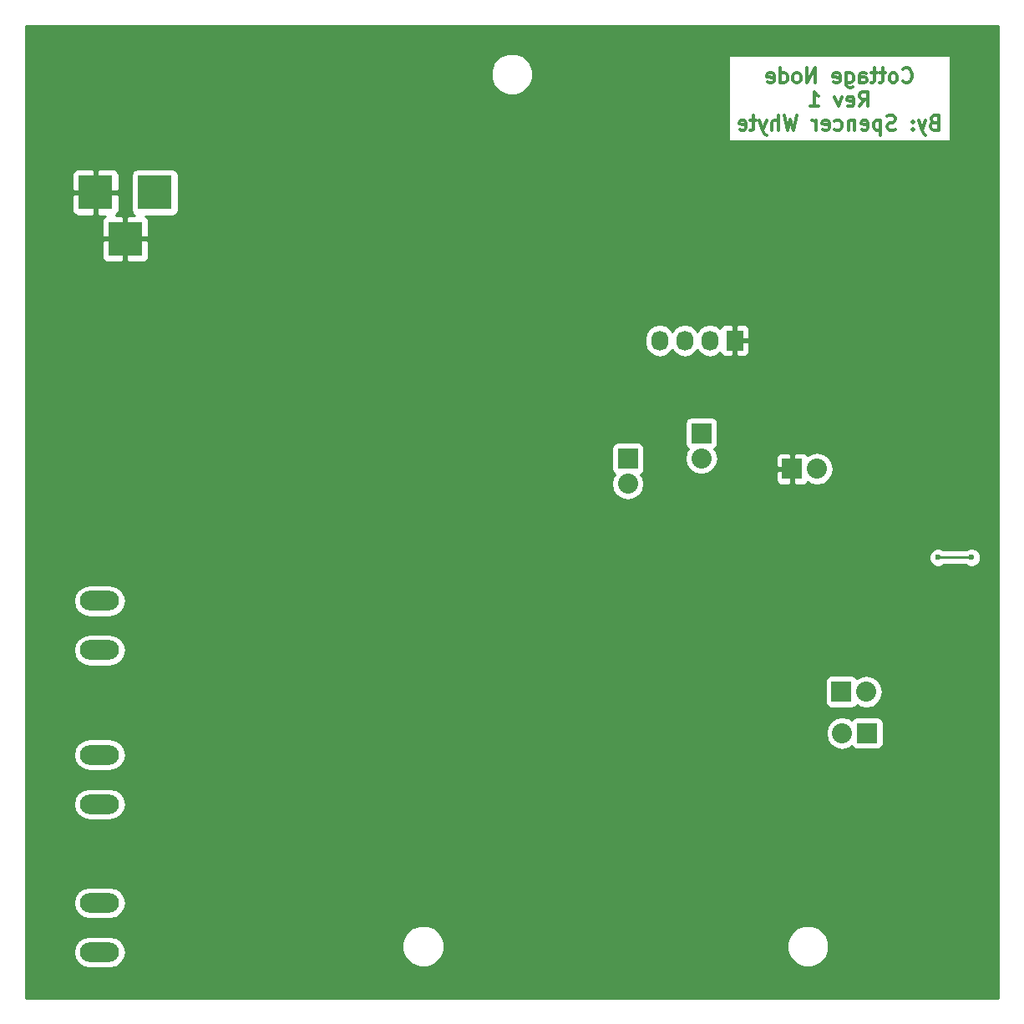
<source format=gbl>
G04 #@! TF.FileFunction,Copper,L2,Bot,Signal*
%FSLAX46Y46*%
G04 Gerber Fmt 4.6, Leading zero omitted, Abs format (unit mm)*
G04 Created by KiCad (PCBNEW (2015-05-05 BZR 5645)-product) date Wednesday, June 24, 2015 'pmt' 10:47:51 pm*
%MOMM*%
G01*
G04 APERTURE LIST*
%ADD10C,0.100000*%
%ADD11C,0.300000*%
%ADD12R,3.500120X3.500120*%
%ADD13O,3.962400X1.981200*%
%ADD14R,1.727200X2.032000*%
%ADD15O,1.727200X2.032000*%
%ADD16R,2.032000X2.032000*%
%ADD17O,2.032000X2.032000*%
%ADD18C,0.600000*%
%ADD19C,0.250000*%
%ADD20C,2.000000*%
%ADD21C,0.254000*%
G04 APERTURE END LIST*
D10*
D11*
X164028571Y-38735714D02*
X164100000Y-38807143D01*
X164314286Y-38878571D01*
X164457143Y-38878571D01*
X164671428Y-38807143D01*
X164814286Y-38664286D01*
X164885714Y-38521429D01*
X164957143Y-38235714D01*
X164957143Y-38021429D01*
X164885714Y-37735714D01*
X164814286Y-37592857D01*
X164671428Y-37450000D01*
X164457143Y-37378571D01*
X164314286Y-37378571D01*
X164100000Y-37450000D01*
X164028571Y-37521429D01*
X163171428Y-38878571D02*
X163314286Y-38807143D01*
X163385714Y-38735714D01*
X163457143Y-38592857D01*
X163457143Y-38164286D01*
X163385714Y-38021429D01*
X163314286Y-37950000D01*
X163171428Y-37878571D01*
X162957143Y-37878571D01*
X162814286Y-37950000D01*
X162742857Y-38021429D01*
X162671428Y-38164286D01*
X162671428Y-38592857D01*
X162742857Y-38735714D01*
X162814286Y-38807143D01*
X162957143Y-38878571D01*
X163171428Y-38878571D01*
X162242857Y-37878571D02*
X161671428Y-37878571D01*
X162028571Y-37378571D02*
X162028571Y-38664286D01*
X161957143Y-38807143D01*
X161814285Y-38878571D01*
X161671428Y-38878571D01*
X161385714Y-37878571D02*
X160814285Y-37878571D01*
X161171428Y-37378571D02*
X161171428Y-38664286D01*
X161100000Y-38807143D01*
X160957142Y-38878571D01*
X160814285Y-38878571D01*
X159671428Y-38878571D02*
X159671428Y-38092857D01*
X159742857Y-37950000D01*
X159885714Y-37878571D01*
X160171428Y-37878571D01*
X160314285Y-37950000D01*
X159671428Y-38807143D02*
X159814285Y-38878571D01*
X160171428Y-38878571D01*
X160314285Y-38807143D01*
X160385714Y-38664286D01*
X160385714Y-38521429D01*
X160314285Y-38378571D01*
X160171428Y-38307143D01*
X159814285Y-38307143D01*
X159671428Y-38235714D01*
X158314285Y-37878571D02*
X158314285Y-39092857D01*
X158385714Y-39235714D01*
X158457142Y-39307143D01*
X158599999Y-39378571D01*
X158814285Y-39378571D01*
X158957142Y-39307143D01*
X158314285Y-38807143D02*
X158457142Y-38878571D01*
X158742856Y-38878571D01*
X158885714Y-38807143D01*
X158957142Y-38735714D01*
X159028571Y-38592857D01*
X159028571Y-38164286D01*
X158957142Y-38021429D01*
X158885714Y-37950000D01*
X158742856Y-37878571D01*
X158457142Y-37878571D01*
X158314285Y-37950000D01*
X157028571Y-38807143D02*
X157171428Y-38878571D01*
X157457142Y-38878571D01*
X157599999Y-38807143D01*
X157671428Y-38664286D01*
X157671428Y-38092857D01*
X157599999Y-37950000D01*
X157457142Y-37878571D01*
X157171428Y-37878571D01*
X157028571Y-37950000D01*
X156957142Y-38092857D01*
X156957142Y-38235714D01*
X157671428Y-38378571D01*
X155171428Y-38878571D02*
X155171428Y-37378571D01*
X154314285Y-38878571D01*
X154314285Y-37378571D01*
X153385713Y-38878571D02*
X153528571Y-38807143D01*
X153599999Y-38735714D01*
X153671428Y-38592857D01*
X153671428Y-38164286D01*
X153599999Y-38021429D01*
X153528571Y-37950000D01*
X153385713Y-37878571D01*
X153171428Y-37878571D01*
X153028571Y-37950000D01*
X152957142Y-38021429D01*
X152885713Y-38164286D01*
X152885713Y-38592857D01*
X152957142Y-38735714D01*
X153028571Y-38807143D01*
X153171428Y-38878571D01*
X153385713Y-38878571D01*
X151599999Y-38878571D02*
X151599999Y-37378571D01*
X151599999Y-38807143D02*
X151742856Y-38878571D01*
X152028570Y-38878571D01*
X152171428Y-38807143D01*
X152242856Y-38735714D01*
X152314285Y-38592857D01*
X152314285Y-38164286D01*
X152242856Y-38021429D01*
X152171428Y-37950000D01*
X152028570Y-37878571D01*
X151742856Y-37878571D01*
X151599999Y-37950000D01*
X150314285Y-38807143D02*
X150457142Y-38878571D01*
X150742856Y-38878571D01*
X150885713Y-38807143D01*
X150957142Y-38664286D01*
X150957142Y-38092857D01*
X150885713Y-37950000D01*
X150742856Y-37878571D01*
X150457142Y-37878571D01*
X150314285Y-37950000D01*
X150242856Y-38092857D01*
X150242856Y-38235714D01*
X150957142Y-38378571D01*
X159635713Y-41278571D02*
X160135713Y-40564286D01*
X160492856Y-41278571D02*
X160492856Y-39778571D01*
X159921428Y-39778571D01*
X159778570Y-39850000D01*
X159707142Y-39921429D01*
X159635713Y-40064286D01*
X159635713Y-40278571D01*
X159707142Y-40421429D01*
X159778570Y-40492857D01*
X159921428Y-40564286D01*
X160492856Y-40564286D01*
X158421428Y-41207143D02*
X158564285Y-41278571D01*
X158849999Y-41278571D01*
X158992856Y-41207143D01*
X159064285Y-41064286D01*
X159064285Y-40492857D01*
X158992856Y-40350000D01*
X158849999Y-40278571D01*
X158564285Y-40278571D01*
X158421428Y-40350000D01*
X158349999Y-40492857D01*
X158349999Y-40635714D01*
X159064285Y-40778571D01*
X157849999Y-40278571D02*
X157492856Y-41278571D01*
X157135714Y-40278571D01*
X154635714Y-41278571D02*
X155492857Y-41278571D01*
X155064285Y-41278571D02*
X155064285Y-39778571D01*
X155207142Y-39992857D01*
X155350000Y-40135714D01*
X155492857Y-40207143D01*
X167207142Y-42892857D02*
X166992856Y-42964286D01*
X166921428Y-43035714D01*
X166849999Y-43178571D01*
X166849999Y-43392857D01*
X166921428Y-43535714D01*
X166992856Y-43607143D01*
X167135714Y-43678571D01*
X167707142Y-43678571D01*
X167707142Y-42178571D01*
X167207142Y-42178571D01*
X167064285Y-42250000D01*
X166992856Y-42321429D01*
X166921428Y-42464286D01*
X166921428Y-42607143D01*
X166992856Y-42750000D01*
X167064285Y-42821429D01*
X167207142Y-42892857D01*
X167707142Y-42892857D01*
X166349999Y-42678571D02*
X165992856Y-43678571D01*
X165635714Y-42678571D02*
X165992856Y-43678571D01*
X166135714Y-44035714D01*
X166207142Y-44107143D01*
X166349999Y-44178571D01*
X165064285Y-43535714D02*
X164992857Y-43607143D01*
X165064285Y-43678571D01*
X165135714Y-43607143D01*
X165064285Y-43535714D01*
X165064285Y-43678571D01*
X165064285Y-42750000D02*
X164992857Y-42821429D01*
X165064285Y-42892857D01*
X165135714Y-42821429D01*
X165064285Y-42750000D01*
X165064285Y-42892857D01*
X163278571Y-43607143D02*
X163064285Y-43678571D01*
X162707142Y-43678571D01*
X162564285Y-43607143D01*
X162492856Y-43535714D01*
X162421428Y-43392857D01*
X162421428Y-43250000D01*
X162492856Y-43107143D01*
X162564285Y-43035714D01*
X162707142Y-42964286D01*
X162992856Y-42892857D01*
X163135714Y-42821429D01*
X163207142Y-42750000D01*
X163278571Y-42607143D01*
X163278571Y-42464286D01*
X163207142Y-42321429D01*
X163135714Y-42250000D01*
X162992856Y-42178571D01*
X162635714Y-42178571D01*
X162421428Y-42250000D01*
X161778571Y-42678571D02*
X161778571Y-44178571D01*
X161778571Y-42750000D02*
X161635714Y-42678571D01*
X161350000Y-42678571D01*
X161207143Y-42750000D01*
X161135714Y-42821429D01*
X161064285Y-42964286D01*
X161064285Y-43392857D01*
X161135714Y-43535714D01*
X161207143Y-43607143D01*
X161350000Y-43678571D01*
X161635714Y-43678571D01*
X161778571Y-43607143D01*
X159850000Y-43607143D02*
X159992857Y-43678571D01*
X160278571Y-43678571D01*
X160421428Y-43607143D01*
X160492857Y-43464286D01*
X160492857Y-42892857D01*
X160421428Y-42750000D01*
X160278571Y-42678571D01*
X159992857Y-42678571D01*
X159850000Y-42750000D01*
X159778571Y-42892857D01*
X159778571Y-43035714D01*
X160492857Y-43178571D01*
X159135714Y-42678571D02*
X159135714Y-43678571D01*
X159135714Y-42821429D02*
X159064286Y-42750000D01*
X158921428Y-42678571D01*
X158707143Y-42678571D01*
X158564286Y-42750000D01*
X158492857Y-42892857D01*
X158492857Y-43678571D01*
X157135714Y-43607143D02*
X157278571Y-43678571D01*
X157564285Y-43678571D01*
X157707143Y-43607143D01*
X157778571Y-43535714D01*
X157850000Y-43392857D01*
X157850000Y-42964286D01*
X157778571Y-42821429D01*
X157707143Y-42750000D01*
X157564285Y-42678571D01*
X157278571Y-42678571D01*
X157135714Y-42750000D01*
X155921429Y-43607143D02*
X156064286Y-43678571D01*
X156350000Y-43678571D01*
X156492857Y-43607143D01*
X156564286Y-43464286D01*
X156564286Y-42892857D01*
X156492857Y-42750000D01*
X156350000Y-42678571D01*
X156064286Y-42678571D01*
X155921429Y-42750000D01*
X155850000Y-42892857D01*
X155850000Y-43035714D01*
X156564286Y-43178571D01*
X155207143Y-43678571D02*
X155207143Y-42678571D01*
X155207143Y-42964286D02*
X155135715Y-42821429D01*
X155064286Y-42750000D01*
X154921429Y-42678571D01*
X154778572Y-42678571D01*
X153278572Y-42178571D02*
X152921429Y-43678571D01*
X152635715Y-42607143D01*
X152350001Y-43678571D01*
X151992858Y-42178571D01*
X151421429Y-43678571D02*
X151421429Y-42178571D01*
X150778572Y-43678571D02*
X150778572Y-42892857D01*
X150850001Y-42750000D01*
X150992858Y-42678571D01*
X151207143Y-42678571D01*
X151350001Y-42750000D01*
X151421429Y-42821429D01*
X150207143Y-42678571D02*
X149850000Y-43678571D01*
X149492858Y-42678571D02*
X149850000Y-43678571D01*
X149992858Y-44035714D01*
X150064286Y-44107143D01*
X150207143Y-44178571D01*
X149135715Y-42678571D02*
X148564286Y-42678571D01*
X148921429Y-42178571D02*
X148921429Y-43464286D01*
X148850001Y-43607143D01*
X148707143Y-43678571D01*
X148564286Y-43678571D01*
X147492858Y-43607143D02*
X147635715Y-43678571D01*
X147921429Y-43678571D01*
X148064286Y-43607143D01*
X148135715Y-43464286D01*
X148135715Y-42892857D01*
X148064286Y-42750000D01*
X147921429Y-42678571D01*
X147635715Y-42678571D01*
X147492858Y-42750000D01*
X147421429Y-42892857D01*
X147421429Y-43035714D01*
X148135715Y-43178571D01*
D12*
X88200140Y-50000000D03*
X82200660Y-50000000D03*
X85200400Y-54699000D03*
D13*
X82600000Y-127000000D03*
X82600000Y-122000000D03*
D14*
X147000000Y-65000000D03*
D15*
X144460000Y-65000000D03*
X141920000Y-65000000D03*
X139380000Y-65000000D03*
D16*
X160400000Y-104800000D03*
D17*
X157860000Y-104800000D03*
D16*
X157800000Y-100600000D03*
D17*
X160340000Y-100600000D03*
D16*
X143600000Y-74400000D03*
D17*
X143600000Y-76940000D03*
D16*
X136148333Y-76975000D03*
D17*
X136148333Y-79515000D03*
D13*
X82600000Y-112000000D03*
X82600000Y-107000000D03*
X82600000Y-96400000D03*
X82600000Y-91400000D03*
D16*
X152800000Y-78000000D03*
D17*
X155340000Y-78000000D03*
D18*
X171000000Y-87000000D03*
X167600000Y-87000000D03*
X104000000Y-118400000D03*
X107800000Y-107200000D03*
X107400000Y-91600000D03*
X151000000Y-113800000D03*
X159200000Y-112600000D03*
X159200000Y-108800000D03*
X147200000Y-117600000D03*
X147000000Y-120800000D03*
X122800000Y-121400000D03*
X120800000Y-115000000D03*
X118600000Y-108400000D03*
X103200000Y-61800000D03*
X105600000Y-52400000D03*
X118200000Y-53200000D03*
X104800000Y-44400000D03*
X85200000Y-60600000D03*
X109000000Y-53400000D03*
X149600000Y-65000000D03*
X152600000Y-69800000D03*
X152800000Y-81000000D03*
X167000000Y-73600000D03*
X113800000Y-106200000D03*
X113800000Y-115200000D03*
X142800000Y-46600000D03*
X123400000Y-87800000D03*
X132400000Y-85600000D03*
X136400000Y-85400000D03*
X147600000Y-87600000D03*
X145400000Y-85400000D03*
X141400000Y-85400000D03*
X154000000Y-93200000D03*
X154000000Y-95200000D03*
X153800000Y-106600000D03*
X146400000Y-83000000D03*
D19*
X171000000Y-87000000D02*
X167600000Y-87000000D01*
D20*
X104000000Y-118400000D02*
X104000000Y-118200000D01*
D21*
G36*
X173690000Y-131690000D02*
X171935162Y-131690000D01*
X171935162Y-86814833D01*
X171793117Y-86471057D01*
X171530327Y-86207808D01*
X171186799Y-86065162D01*
X170814833Y-86064838D01*
X170471057Y-86206883D01*
X170437882Y-86240000D01*
X168849285Y-86240000D01*
X168849285Y-44835000D01*
X168849285Y-36065000D01*
X146350715Y-36065000D01*
X146350715Y-44835000D01*
X168849285Y-44835000D01*
X168849285Y-86240000D01*
X168162462Y-86240000D01*
X168130327Y-86207808D01*
X167786799Y-86065162D01*
X167414833Y-86064838D01*
X167071057Y-86206883D01*
X166807808Y-86469673D01*
X166665162Y-86813201D01*
X166664838Y-87185167D01*
X166806883Y-87528943D01*
X167069673Y-87792192D01*
X167413201Y-87934838D01*
X167785167Y-87935162D01*
X168128943Y-87793117D01*
X168162117Y-87760000D01*
X170437537Y-87760000D01*
X170469673Y-87792192D01*
X170813201Y-87934838D01*
X171185167Y-87935162D01*
X171528943Y-87793117D01*
X171792192Y-87530327D01*
X171934838Y-87186799D01*
X171935162Y-86814833D01*
X171935162Y-131690000D01*
X162063440Y-131690000D01*
X162063440Y-105816000D01*
X162063440Y-103784000D01*
X162016463Y-103541877D01*
X161991000Y-103503114D01*
X161991000Y-100632345D01*
X161991000Y-100567655D01*
X161865325Y-99935845D01*
X161507433Y-99400222D01*
X160971810Y-99042330D01*
X160340000Y-98916655D01*
X159708190Y-99042330D01*
X159368701Y-99269169D01*
X159276673Y-99129073D01*
X159065640Y-98986623D01*
X158816000Y-98936560D01*
X156991000Y-98936560D01*
X156991000Y-78032345D01*
X156991000Y-77967655D01*
X156865325Y-77335845D01*
X156507433Y-76800222D01*
X155971810Y-76442330D01*
X155340000Y-76316655D01*
X154708190Y-76442330D01*
X154371998Y-76666965D01*
X154354327Y-76624302D01*
X154175699Y-76445673D01*
X153942310Y-76349000D01*
X153689691Y-76349000D01*
X153085750Y-76349000D01*
X152927000Y-76507750D01*
X152927000Y-77873000D01*
X152947000Y-77873000D01*
X152947000Y-78127000D01*
X152927000Y-78127000D01*
X152927000Y-79492250D01*
X153085750Y-79651000D01*
X153689691Y-79651000D01*
X153942310Y-79651000D01*
X154175699Y-79554327D01*
X154354327Y-79375698D01*
X154371998Y-79333034D01*
X154708190Y-79557670D01*
X155340000Y-79683345D01*
X155971810Y-79557670D01*
X156507433Y-79199778D01*
X156865325Y-78664155D01*
X156991000Y-78032345D01*
X156991000Y-98936560D01*
X156784000Y-98936560D01*
X156541877Y-98983537D01*
X156329073Y-99123327D01*
X156186623Y-99334360D01*
X156136560Y-99584000D01*
X156136560Y-101616000D01*
X156183537Y-101858123D01*
X156323327Y-102070927D01*
X156534360Y-102213377D01*
X156784000Y-102263440D01*
X158816000Y-102263440D01*
X159058123Y-102216463D01*
X159270927Y-102076673D01*
X159369163Y-101931139D01*
X159708190Y-102157670D01*
X160340000Y-102283345D01*
X160971810Y-102157670D01*
X161507433Y-101799778D01*
X161865325Y-101264155D01*
X161991000Y-100632345D01*
X161991000Y-103503114D01*
X161876673Y-103329073D01*
X161665640Y-103186623D01*
X161416000Y-103136560D01*
X159384000Y-103136560D01*
X159141877Y-103183537D01*
X158929073Y-103323327D01*
X158830836Y-103468860D01*
X158491810Y-103242330D01*
X157860000Y-103116655D01*
X157228190Y-103242330D01*
X156692567Y-103600222D01*
X156334675Y-104135845D01*
X156209000Y-104767655D01*
X156209000Y-104832345D01*
X156334675Y-105464155D01*
X156692567Y-105999778D01*
X157228190Y-106357670D01*
X157860000Y-106483345D01*
X158491810Y-106357670D01*
X158831298Y-106130830D01*
X158923327Y-106270927D01*
X159134360Y-106413377D01*
X159384000Y-106463440D01*
X161416000Y-106463440D01*
X161658123Y-106416463D01*
X161870927Y-106276673D01*
X162013377Y-106065640D01*
X162063440Y-105816000D01*
X162063440Y-131690000D01*
X156535370Y-131690000D01*
X156535370Y-125977185D01*
X156211020Y-125192200D01*
X155610959Y-124591091D01*
X154826541Y-124265372D01*
X153977185Y-124264630D01*
X153192200Y-124588980D01*
X152673000Y-125107274D01*
X152673000Y-79492250D01*
X152673000Y-78127000D01*
X152673000Y-77873000D01*
X152673000Y-76507750D01*
X152514250Y-76349000D01*
X151910309Y-76349000D01*
X151657690Y-76349000D01*
X151424301Y-76445673D01*
X151245673Y-76624302D01*
X151149000Y-76857691D01*
X151149000Y-77714250D01*
X151307750Y-77873000D01*
X152673000Y-77873000D01*
X152673000Y-78127000D01*
X151307750Y-78127000D01*
X151149000Y-78285750D01*
X151149000Y-79142309D01*
X151245673Y-79375698D01*
X151424301Y-79554327D01*
X151657690Y-79651000D01*
X151910309Y-79651000D01*
X152514250Y-79651000D01*
X152673000Y-79492250D01*
X152673000Y-125107274D01*
X152591091Y-125189041D01*
X152265372Y-125973459D01*
X152264630Y-126822815D01*
X152588980Y-127607800D01*
X153189041Y-128208909D01*
X153973459Y-128534628D01*
X154822815Y-128535370D01*
X155607800Y-128211020D01*
X156208909Y-127610959D01*
X156534628Y-126826541D01*
X156535370Y-125977185D01*
X156535370Y-131690000D01*
X148498600Y-131690000D01*
X148498600Y-66142309D01*
X148498600Y-65285750D01*
X148498600Y-64714250D01*
X148498600Y-63857691D01*
X148401927Y-63624302D01*
X148223299Y-63445673D01*
X147989910Y-63349000D01*
X147737291Y-63349000D01*
X147285750Y-63349000D01*
X147127000Y-63507750D01*
X147127000Y-64873000D01*
X148339850Y-64873000D01*
X148498600Y-64714250D01*
X148498600Y-65285750D01*
X148339850Y-65127000D01*
X147127000Y-65127000D01*
X147127000Y-66492250D01*
X147285750Y-66651000D01*
X147737291Y-66651000D01*
X147989910Y-66651000D01*
X148223299Y-66554327D01*
X148401927Y-66375698D01*
X148498600Y-66142309D01*
X148498600Y-131690000D01*
X146873000Y-131690000D01*
X146873000Y-66492250D01*
X146873000Y-65127000D01*
X146853000Y-65127000D01*
X146853000Y-64873000D01*
X146873000Y-64873000D01*
X146873000Y-63507750D01*
X146714250Y-63349000D01*
X146262709Y-63349000D01*
X146010090Y-63349000D01*
X145776701Y-63445673D01*
X145598073Y-63624302D01*
X145534500Y-63777780D01*
X145519670Y-63755585D01*
X145033489Y-63430729D01*
X144460000Y-63316655D01*
X143886511Y-63430729D01*
X143400330Y-63755585D01*
X143190000Y-64070365D01*
X142979670Y-63755585D01*
X142493489Y-63430729D01*
X141920000Y-63316655D01*
X141346511Y-63430729D01*
X140860330Y-63755585D01*
X140650000Y-64070365D01*
X140439670Y-63755585D01*
X139953489Y-63430729D01*
X139380000Y-63316655D01*
X138806511Y-63430729D01*
X138320330Y-63755585D01*
X137995474Y-64241766D01*
X137881400Y-64815255D01*
X137881400Y-65184745D01*
X137995474Y-65758234D01*
X138320330Y-66244415D01*
X138806511Y-66569271D01*
X139380000Y-66683345D01*
X139953489Y-66569271D01*
X140439670Y-66244415D01*
X140650000Y-65929634D01*
X140860330Y-66244415D01*
X141346511Y-66569271D01*
X141920000Y-66683345D01*
X142493489Y-66569271D01*
X142979670Y-66244415D01*
X143190000Y-65929634D01*
X143400330Y-66244415D01*
X143886511Y-66569271D01*
X144460000Y-66683345D01*
X145033489Y-66569271D01*
X145519670Y-66244415D01*
X145534500Y-66222219D01*
X145598073Y-66375698D01*
X145776701Y-66554327D01*
X146010090Y-66651000D01*
X146262709Y-66651000D01*
X146714250Y-66651000D01*
X146873000Y-66492250D01*
X146873000Y-131690000D01*
X145283345Y-131690000D01*
X145283345Y-76940000D01*
X145157670Y-76308190D01*
X144930830Y-75968701D01*
X145070927Y-75876673D01*
X145213377Y-75665640D01*
X145263440Y-75416000D01*
X145263440Y-73384000D01*
X145216463Y-73141877D01*
X145076673Y-72929073D01*
X144865640Y-72786623D01*
X144616000Y-72736560D01*
X142584000Y-72736560D01*
X142341877Y-72783537D01*
X142129073Y-72923327D01*
X141986623Y-73134360D01*
X141936560Y-73384000D01*
X141936560Y-75416000D01*
X141983537Y-75658123D01*
X142123327Y-75870927D01*
X142268860Y-75969163D01*
X142042330Y-76308190D01*
X141916655Y-76940000D01*
X142042330Y-77571810D01*
X142400222Y-78107433D01*
X142935845Y-78465325D01*
X143567655Y-78591000D01*
X143632345Y-78591000D01*
X144264155Y-78465325D01*
X144799778Y-78107433D01*
X145157670Y-77571810D01*
X145283345Y-76940000D01*
X145283345Y-131690000D01*
X137831678Y-131690000D01*
X137831678Y-79515000D01*
X137706003Y-78883190D01*
X137479163Y-78543701D01*
X137619260Y-78451673D01*
X137761710Y-78240640D01*
X137811773Y-77991000D01*
X137811773Y-75959000D01*
X137764796Y-75716877D01*
X137625006Y-75504073D01*
X137413973Y-75361623D01*
X137164333Y-75311560D01*
X135132333Y-75311560D01*
X134890210Y-75358537D01*
X134677406Y-75498327D01*
X134534956Y-75709360D01*
X134484893Y-75959000D01*
X134484893Y-77991000D01*
X134531870Y-78233123D01*
X134671660Y-78445927D01*
X134817193Y-78544163D01*
X134590663Y-78883190D01*
X134464988Y-79515000D01*
X134590663Y-80146810D01*
X134948555Y-80682433D01*
X135484178Y-81040325D01*
X136115988Y-81166000D01*
X136180678Y-81166000D01*
X136812488Y-81040325D01*
X137348111Y-80682433D01*
X137706003Y-80146810D01*
X137831678Y-79515000D01*
X137831678Y-131690000D01*
X126535370Y-131690000D01*
X126535370Y-37577185D01*
X126211020Y-36792200D01*
X125610959Y-36191091D01*
X124826541Y-35865372D01*
X123977185Y-35864630D01*
X123192200Y-36188980D01*
X122591091Y-36789041D01*
X122265372Y-37573459D01*
X122264630Y-38422815D01*
X122588980Y-39207800D01*
X123189041Y-39808909D01*
X123973459Y-40134628D01*
X124822815Y-40135370D01*
X125607800Y-39811020D01*
X126208909Y-39210959D01*
X126534628Y-38426541D01*
X126535370Y-37577185D01*
X126535370Y-131690000D01*
X117535370Y-131690000D01*
X117535370Y-125977185D01*
X117211020Y-125192200D01*
X116610959Y-124591091D01*
X115826541Y-124265372D01*
X114977185Y-124264630D01*
X114192200Y-124588980D01*
X113591091Y-125189041D01*
X113265372Y-125973459D01*
X113264630Y-126822815D01*
X113588980Y-127607800D01*
X114189041Y-128208909D01*
X114973459Y-128534628D01*
X115822815Y-128535370D01*
X116607800Y-128211020D01*
X117208909Y-127610959D01*
X117534628Y-126826541D01*
X117535370Y-125977185D01*
X117535370Y-131690000D01*
X90597640Y-131690000D01*
X90597640Y-51750060D01*
X90597640Y-48249940D01*
X90550663Y-48007817D01*
X90410873Y-47795013D01*
X90199840Y-47652563D01*
X89950200Y-47602500D01*
X86450080Y-47602500D01*
X86207957Y-47649477D01*
X85995153Y-47789267D01*
X85852703Y-48000300D01*
X85802640Y-48249940D01*
X85802640Y-51750060D01*
X85849617Y-51992183D01*
X85989407Y-52204987D01*
X86150815Y-52313940D01*
X85486150Y-52313940D01*
X85327400Y-52472690D01*
X85327400Y-54572000D01*
X87426710Y-54572000D01*
X87585460Y-54413250D01*
X87585460Y-53075249D01*
X87585460Y-52822630D01*
X87488787Y-52589241D01*
X87310158Y-52410613D01*
X87278500Y-52397500D01*
X89950200Y-52397500D01*
X90192323Y-52350523D01*
X90405127Y-52210733D01*
X90547577Y-51999700D01*
X90597640Y-51750060D01*
X90597640Y-131690000D01*
X87585460Y-131690000D01*
X87585460Y-56575370D01*
X87585460Y-56322751D01*
X87585460Y-54984750D01*
X87426710Y-54826000D01*
X85327400Y-54826000D01*
X85327400Y-56925310D01*
X85486150Y-57084060D01*
X87076769Y-57084060D01*
X87310158Y-56987387D01*
X87488787Y-56808759D01*
X87585460Y-56575370D01*
X87585460Y-131690000D01*
X85267454Y-131690000D01*
X85267454Y-127000000D01*
X85267454Y-122000000D01*
X85267454Y-112000000D01*
X85267454Y-107000000D01*
X85267454Y-96400000D01*
X85267454Y-91400000D01*
X85143713Y-90777910D01*
X85073400Y-90672679D01*
X85073400Y-56925310D01*
X85073400Y-54826000D01*
X85073400Y-54572000D01*
X85073400Y-52472690D01*
X84914650Y-52313940D01*
X84248727Y-52313940D01*
X84310418Y-52288387D01*
X84489047Y-52109759D01*
X84585720Y-51876370D01*
X84585720Y-51623751D01*
X84585720Y-50285750D01*
X84585720Y-49714250D01*
X84585720Y-48376249D01*
X84585720Y-48123630D01*
X84489047Y-47890241D01*
X84310418Y-47711613D01*
X84077029Y-47614940D01*
X82486410Y-47614940D01*
X82327660Y-47773690D01*
X82327660Y-49873000D01*
X84426970Y-49873000D01*
X84585720Y-49714250D01*
X84585720Y-50285750D01*
X84426970Y-50127000D01*
X82327660Y-50127000D01*
X82327660Y-52226310D01*
X82486410Y-52385060D01*
X83152332Y-52385060D01*
X83090642Y-52410613D01*
X82912013Y-52589241D01*
X82815340Y-52822630D01*
X82815340Y-53075249D01*
X82815340Y-54413250D01*
X82974090Y-54572000D01*
X85073400Y-54572000D01*
X85073400Y-54826000D01*
X82974090Y-54826000D01*
X82815340Y-54984750D01*
X82815340Y-56322751D01*
X82815340Y-56575370D01*
X82912013Y-56808759D01*
X83090642Y-56987387D01*
X83324031Y-57084060D01*
X84914650Y-57084060D01*
X85073400Y-56925310D01*
X85073400Y-90672679D01*
X84791327Y-90250527D01*
X84263944Y-89898141D01*
X83641854Y-89774400D01*
X82073660Y-89774400D01*
X82073660Y-52226310D01*
X82073660Y-50127000D01*
X82073660Y-49873000D01*
X82073660Y-47773690D01*
X81914910Y-47614940D01*
X80324291Y-47614940D01*
X80090902Y-47711613D01*
X79912273Y-47890241D01*
X79815600Y-48123630D01*
X79815600Y-48376249D01*
X79815600Y-49714250D01*
X79974350Y-49873000D01*
X82073660Y-49873000D01*
X82073660Y-50127000D01*
X79974350Y-50127000D01*
X79815600Y-50285750D01*
X79815600Y-51623751D01*
X79815600Y-51876370D01*
X79912273Y-52109759D01*
X80090902Y-52288387D01*
X80324291Y-52385060D01*
X81914910Y-52385060D01*
X82073660Y-52226310D01*
X82073660Y-89774400D01*
X81558146Y-89774400D01*
X80936056Y-89898141D01*
X80408673Y-90250527D01*
X80056287Y-90777910D01*
X79932546Y-91400000D01*
X80056287Y-92022090D01*
X80408673Y-92549473D01*
X80936056Y-92901859D01*
X81558146Y-93025600D01*
X83641854Y-93025600D01*
X84263944Y-92901859D01*
X84791327Y-92549473D01*
X85143713Y-92022090D01*
X85267454Y-91400000D01*
X85267454Y-96400000D01*
X85143713Y-95777910D01*
X84791327Y-95250527D01*
X84263944Y-94898141D01*
X83641854Y-94774400D01*
X81558146Y-94774400D01*
X80936056Y-94898141D01*
X80408673Y-95250527D01*
X80056287Y-95777910D01*
X79932546Y-96400000D01*
X80056287Y-97022090D01*
X80408673Y-97549473D01*
X80936056Y-97901859D01*
X81558146Y-98025600D01*
X83641854Y-98025600D01*
X84263944Y-97901859D01*
X84791327Y-97549473D01*
X85143713Y-97022090D01*
X85267454Y-96400000D01*
X85267454Y-107000000D01*
X85143713Y-106377910D01*
X84791327Y-105850527D01*
X84263944Y-105498141D01*
X83641854Y-105374400D01*
X81558146Y-105374400D01*
X80936056Y-105498141D01*
X80408673Y-105850527D01*
X80056287Y-106377910D01*
X79932546Y-107000000D01*
X80056287Y-107622090D01*
X80408673Y-108149473D01*
X80936056Y-108501859D01*
X81558146Y-108625600D01*
X83641854Y-108625600D01*
X84263944Y-108501859D01*
X84791327Y-108149473D01*
X85143713Y-107622090D01*
X85267454Y-107000000D01*
X85267454Y-112000000D01*
X85143713Y-111377910D01*
X84791327Y-110850527D01*
X84263944Y-110498141D01*
X83641854Y-110374400D01*
X81558146Y-110374400D01*
X80936056Y-110498141D01*
X80408673Y-110850527D01*
X80056287Y-111377910D01*
X79932546Y-112000000D01*
X80056287Y-112622090D01*
X80408673Y-113149473D01*
X80936056Y-113501859D01*
X81558146Y-113625600D01*
X83641854Y-113625600D01*
X84263944Y-113501859D01*
X84791327Y-113149473D01*
X85143713Y-112622090D01*
X85267454Y-112000000D01*
X85267454Y-122000000D01*
X85143713Y-121377910D01*
X84791327Y-120850527D01*
X84263944Y-120498141D01*
X83641854Y-120374400D01*
X81558146Y-120374400D01*
X80936056Y-120498141D01*
X80408673Y-120850527D01*
X80056287Y-121377910D01*
X79932546Y-122000000D01*
X80056287Y-122622090D01*
X80408673Y-123149473D01*
X80936056Y-123501859D01*
X81558146Y-123625600D01*
X83641854Y-123625600D01*
X84263944Y-123501859D01*
X84791327Y-123149473D01*
X85143713Y-122622090D01*
X85267454Y-122000000D01*
X85267454Y-127000000D01*
X85143713Y-126377910D01*
X84791327Y-125850527D01*
X84263944Y-125498141D01*
X83641854Y-125374400D01*
X81558146Y-125374400D01*
X80936056Y-125498141D01*
X80408673Y-125850527D01*
X80056287Y-126377910D01*
X79932546Y-127000000D01*
X80056287Y-127622090D01*
X80408673Y-128149473D01*
X80936056Y-128501859D01*
X81558146Y-128625600D01*
X83641854Y-128625600D01*
X84263944Y-128501859D01*
X84791327Y-128149473D01*
X85143713Y-127622090D01*
X85267454Y-127000000D01*
X85267454Y-131690000D01*
X75110000Y-131690000D01*
X75110000Y-33110000D01*
X173690000Y-33110000D01*
X173690000Y-131690000D01*
X173690000Y-131690000D01*
G37*
X173690000Y-131690000D02*
X171935162Y-131690000D01*
X171935162Y-86814833D01*
X171793117Y-86471057D01*
X171530327Y-86207808D01*
X171186799Y-86065162D01*
X170814833Y-86064838D01*
X170471057Y-86206883D01*
X170437882Y-86240000D01*
X168849285Y-86240000D01*
X168849285Y-44835000D01*
X168849285Y-36065000D01*
X146350715Y-36065000D01*
X146350715Y-44835000D01*
X168849285Y-44835000D01*
X168849285Y-86240000D01*
X168162462Y-86240000D01*
X168130327Y-86207808D01*
X167786799Y-86065162D01*
X167414833Y-86064838D01*
X167071057Y-86206883D01*
X166807808Y-86469673D01*
X166665162Y-86813201D01*
X166664838Y-87185167D01*
X166806883Y-87528943D01*
X167069673Y-87792192D01*
X167413201Y-87934838D01*
X167785167Y-87935162D01*
X168128943Y-87793117D01*
X168162117Y-87760000D01*
X170437537Y-87760000D01*
X170469673Y-87792192D01*
X170813201Y-87934838D01*
X171185167Y-87935162D01*
X171528943Y-87793117D01*
X171792192Y-87530327D01*
X171934838Y-87186799D01*
X171935162Y-86814833D01*
X171935162Y-131690000D01*
X162063440Y-131690000D01*
X162063440Y-105816000D01*
X162063440Y-103784000D01*
X162016463Y-103541877D01*
X161991000Y-103503114D01*
X161991000Y-100632345D01*
X161991000Y-100567655D01*
X161865325Y-99935845D01*
X161507433Y-99400222D01*
X160971810Y-99042330D01*
X160340000Y-98916655D01*
X159708190Y-99042330D01*
X159368701Y-99269169D01*
X159276673Y-99129073D01*
X159065640Y-98986623D01*
X158816000Y-98936560D01*
X156991000Y-98936560D01*
X156991000Y-78032345D01*
X156991000Y-77967655D01*
X156865325Y-77335845D01*
X156507433Y-76800222D01*
X155971810Y-76442330D01*
X155340000Y-76316655D01*
X154708190Y-76442330D01*
X154371998Y-76666965D01*
X154354327Y-76624302D01*
X154175699Y-76445673D01*
X153942310Y-76349000D01*
X153689691Y-76349000D01*
X153085750Y-76349000D01*
X152927000Y-76507750D01*
X152927000Y-77873000D01*
X152947000Y-77873000D01*
X152947000Y-78127000D01*
X152927000Y-78127000D01*
X152927000Y-79492250D01*
X153085750Y-79651000D01*
X153689691Y-79651000D01*
X153942310Y-79651000D01*
X154175699Y-79554327D01*
X154354327Y-79375698D01*
X154371998Y-79333034D01*
X154708190Y-79557670D01*
X155340000Y-79683345D01*
X155971810Y-79557670D01*
X156507433Y-79199778D01*
X156865325Y-78664155D01*
X156991000Y-78032345D01*
X156991000Y-98936560D01*
X156784000Y-98936560D01*
X156541877Y-98983537D01*
X156329073Y-99123327D01*
X156186623Y-99334360D01*
X156136560Y-99584000D01*
X156136560Y-101616000D01*
X156183537Y-101858123D01*
X156323327Y-102070927D01*
X156534360Y-102213377D01*
X156784000Y-102263440D01*
X158816000Y-102263440D01*
X159058123Y-102216463D01*
X159270927Y-102076673D01*
X159369163Y-101931139D01*
X159708190Y-102157670D01*
X160340000Y-102283345D01*
X160971810Y-102157670D01*
X161507433Y-101799778D01*
X161865325Y-101264155D01*
X161991000Y-100632345D01*
X161991000Y-103503114D01*
X161876673Y-103329073D01*
X161665640Y-103186623D01*
X161416000Y-103136560D01*
X159384000Y-103136560D01*
X159141877Y-103183537D01*
X158929073Y-103323327D01*
X158830836Y-103468860D01*
X158491810Y-103242330D01*
X157860000Y-103116655D01*
X157228190Y-103242330D01*
X156692567Y-103600222D01*
X156334675Y-104135845D01*
X156209000Y-104767655D01*
X156209000Y-104832345D01*
X156334675Y-105464155D01*
X156692567Y-105999778D01*
X157228190Y-106357670D01*
X157860000Y-106483345D01*
X158491810Y-106357670D01*
X158831298Y-106130830D01*
X158923327Y-106270927D01*
X159134360Y-106413377D01*
X159384000Y-106463440D01*
X161416000Y-106463440D01*
X161658123Y-106416463D01*
X161870927Y-106276673D01*
X162013377Y-106065640D01*
X162063440Y-105816000D01*
X162063440Y-131690000D01*
X156535370Y-131690000D01*
X156535370Y-125977185D01*
X156211020Y-125192200D01*
X155610959Y-124591091D01*
X154826541Y-124265372D01*
X153977185Y-124264630D01*
X153192200Y-124588980D01*
X152673000Y-125107274D01*
X152673000Y-79492250D01*
X152673000Y-78127000D01*
X152673000Y-77873000D01*
X152673000Y-76507750D01*
X152514250Y-76349000D01*
X151910309Y-76349000D01*
X151657690Y-76349000D01*
X151424301Y-76445673D01*
X151245673Y-76624302D01*
X151149000Y-76857691D01*
X151149000Y-77714250D01*
X151307750Y-77873000D01*
X152673000Y-77873000D01*
X152673000Y-78127000D01*
X151307750Y-78127000D01*
X151149000Y-78285750D01*
X151149000Y-79142309D01*
X151245673Y-79375698D01*
X151424301Y-79554327D01*
X151657690Y-79651000D01*
X151910309Y-79651000D01*
X152514250Y-79651000D01*
X152673000Y-79492250D01*
X152673000Y-125107274D01*
X152591091Y-125189041D01*
X152265372Y-125973459D01*
X152264630Y-126822815D01*
X152588980Y-127607800D01*
X153189041Y-128208909D01*
X153973459Y-128534628D01*
X154822815Y-128535370D01*
X155607800Y-128211020D01*
X156208909Y-127610959D01*
X156534628Y-126826541D01*
X156535370Y-125977185D01*
X156535370Y-131690000D01*
X148498600Y-131690000D01*
X148498600Y-66142309D01*
X148498600Y-65285750D01*
X148498600Y-64714250D01*
X148498600Y-63857691D01*
X148401927Y-63624302D01*
X148223299Y-63445673D01*
X147989910Y-63349000D01*
X147737291Y-63349000D01*
X147285750Y-63349000D01*
X147127000Y-63507750D01*
X147127000Y-64873000D01*
X148339850Y-64873000D01*
X148498600Y-64714250D01*
X148498600Y-65285750D01*
X148339850Y-65127000D01*
X147127000Y-65127000D01*
X147127000Y-66492250D01*
X147285750Y-66651000D01*
X147737291Y-66651000D01*
X147989910Y-66651000D01*
X148223299Y-66554327D01*
X148401927Y-66375698D01*
X148498600Y-66142309D01*
X148498600Y-131690000D01*
X146873000Y-131690000D01*
X146873000Y-66492250D01*
X146873000Y-65127000D01*
X146853000Y-65127000D01*
X146853000Y-64873000D01*
X146873000Y-64873000D01*
X146873000Y-63507750D01*
X146714250Y-63349000D01*
X146262709Y-63349000D01*
X146010090Y-63349000D01*
X145776701Y-63445673D01*
X145598073Y-63624302D01*
X145534500Y-63777780D01*
X145519670Y-63755585D01*
X145033489Y-63430729D01*
X144460000Y-63316655D01*
X143886511Y-63430729D01*
X143400330Y-63755585D01*
X143190000Y-64070365D01*
X142979670Y-63755585D01*
X142493489Y-63430729D01*
X141920000Y-63316655D01*
X141346511Y-63430729D01*
X140860330Y-63755585D01*
X140650000Y-64070365D01*
X140439670Y-63755585D01*
X139953489Y-63430729D01*
X139380000Y-63316655D01*
X138806511Y-63430729D01*
X138320330Y-63755585D01*
X137995474Y-64241766D01*
X137881400Y-64815255D01*
X137881400Y-65184745D01*
X137995474Y-65758234D01*
X138320330Y-66244415D01*
X138806511Y-66569271D01*
X139380000Y-66683345D01*
X139953489Y-66569271D01*
X140439670Y-66244415D01*
X140650000Y-65929634D01*
X140860330Y-66244415D01*
X141346511Y-66569271D01*
X141920000Y-66683345D01*
X142493489Y-66569271D01*
X142979670Y-66244415D01*
X143190000Y-65929634D01*
X143400330Y-66244415D01*
X143886511Y-66569271D01*
X144460000Y-66683345D01*
X145033489Y-66569271D01*
X145519670Y-66244415D01*
X145534500Y-66222219D01*
X145598073Y-66375698D01*
X145776701Y-66554327D01*
X146010090Y-66651000D01*
X146262709Y-66651000D01*
X146714250Y-66651000D01*
X146873000Y-66492250D01*
X146873000Y-131690000D01*
X145283345Y-131690000D01*
X145283345Y-76940000D01*
X145157670Y-76308190D01*
X144930830Y-75968701D01*
X145070927Y-75876673D01*
X145213377Y-75665640D01*
X145263440Y-75416000D01*
X145263440Y-73384000D01*
X145216463Y-73141877D01*
X145076673Y-72929073D01*
X144865640Y-72786623D01*
X144616000Y-72736560D01*
X142584000Y-72736560D01*
X142341877Y-72783537D01*
X142129073Y-72923327D01*
X141986623Y-73134360D01*
X141936560Y-73384000D01*
X141936560Y-75416000D01*
X141983537Y-75658123D01*
X142123327Y-75870927D01*
X142268860Y-75969163D01*
X142042330Y-76308190D01*
X141916655Y-76940000D01*
X142042330Y-77571810D01*
X142400222Y-78107433D01*
X142935845Y-78465325D01*
X143567655Y-78591000D01*
X143632345Y-78591000D01*
X144264155Y-78465325D01*
X144799778Y-78107433D01*
X145157670Y-77571810D01*
X145283345Y-76940000D01*
X145283345Y-131690000D01*
X137831678Y-131690000D01*
X137831678Y-79515000D01*
X137706003Y-78883190D01*
X137479163Y-78543701D01*
X137619260Y-78451673D01*
X137761710Y-78240640D01*
X137811773Y-77991000D01*
X137811773Y-75959000D01*
X137764796Y-75716877D01*
X137625006Y-75504073D01*
X137413973Y-75361623D01*
X137164333Y-75311560D01*
X135132333Y-75311560D01*
X134890210Y-75358537D01*
X134677406Y-75498327D01*
X134534956Y-75709360D01*
X134484893Y-75959000D01*
X134484893Y-77991000D01*
X134531870Y-78233123D01*
X134671660Y-78445927D01*
X134817193Y-78544163D01*
X134590663Y-78883190D01*
X134464988Y-79515000D01*
X134590663Y-80146810D01*
X134948555Y-80682433D01*
X135484178Y-81040325D01*
X136115988Y-81166000D01*
X136180678Y-81166000D01*
X136812488Y-81040325D01*
X137348111Y-80682433D01*
X137706003Y-80146810D01*
X137831678Y-79515000D01*
X137831678Y-131690000D01*
X126535370Y-131690000D01*
X126535370Y-37577185D01*
X126211020Y-36792200D01*
X125610959Y-36191091D01*
X124826541Y-35865372D01*
X123977185Y-35864630D01*
X123192200Y-36188980D01*
X122591091Y-36789041D01*
X122265372Y-37573459D01*
X122264630Y-38422815D01*
X122588980Y-39207800D01*
X123189041Y-39808909D01*
X123973459Y-40134628D01*
X124822815Y-40135370D01*
X125607800Y-39811020D01*
X126208909Y-39210959D01*
X126534628Y-38426541D01*
X126535370Y-37577185D01*
X126535370Y-131690000D01*
X117535370Y-131690000D01*
X117535370Y-125977185D01*
X117211020Y-125192200D01*
X116610959Y-124591091D01*
X115826541Y-124265372D01*
X114977185Y-124264630D01*
X114192200Y-124588980D01*
X113591091Y-125189041D01*
X113265372Y-125973459D01*
X113264630Y-126822815D01*
X113588980Y-127607800D01*
X114189041Y-128208909D01*
X114973459Y-128534628D01*
X115822815Y-128535370D01*
X116607800Y-128211020D01*
X117208909Y-127610959D01*
X117534628Y-126826541D01*
X117535370Y-125977185D01*
X117535370Y-131690000D01*
X90597640Y-131690000D01*
X90597640Y-51750060D01*
X90597640Y-48249940D01*
X90550663Y-48007817D01*
X90410873Y-47795013D01*
X90199840Y-47652563D01*
X89950200Y-47602500D01*
X86450080Y-47602500D01*
X86207957Y-47649477D01*
X85995153Y-47789267D01*
X85852703Y-48000300D01*
X85802640Y-48249940D01*
X85802640Y-51750060D01*
X85849617Y-51992183D01*
X85989407Y-52204987D01*
X86150815Y-52313940D01*
X85486150Y-52313940D01*
X85327400Y-52472690D01*
X85327400Y-54572000D01*
X87426710Y-54572000D01*
X87585460Y-54413250D01*
X87585460Y-53075249D01*
X87585460Y-52822630D01*
X87488787Y-52589241D01*
X87310158Y-52410613D01*
X87278500Y-52397500D01*
X89950200Y-52397500D01*
X90192323Y-52350523D01*
X90405127Y-52210733D01*
X90547577Y-51999700D01*
X90597640Y-51750060D01*
X90597640Y-131690000D01*
X87585460Y-131690000D01*
X87585460Y-56575370D01*
X87585460Y-56322751D01*
X87585460Y-54984750D01*
X87426710Y-54826000D01*
X85327400Y-54826000D01*
X85327400Y-56925310D01*
X85486150Y-57084060D01*
X87076769Y-57084060D01*
X87310158Y-56987387D01*
X87488787Y-56808759D01*
X87585460Y-56575370D01*
X87585460Y-131690000D01*
X85267454Y-131690000D01*
X85267454Y-127000000D01*
X85267454Y-122000000D01*
X85267454Y-112000000D01*
X85267454Y-107000000D01*
X85267454Y-96400000D01*
X85267454Y-91400000D01*
X85143713Y-90777910D01*
X85073400Y-90672679D01*
X85073400Y-56925310D01*
X85073400Y-54826000D01*
X85073400Y-54572000D01*
X85073400Y-52472690D01*
X84914650Y-52313940D01*
X84248727Y-52313940D01*
X84310418Y-52288387D01*
X84489047Y-52109759D01*
X84585720Y-51876370D01*
X84585720Y-51623751D01*
X84585720Y-50285750D01*
X84585720Y-49714250D01*
X84585720Y-48376249D01*
X84585720Y-48123630D01*
X84489047Y-47890241D01*
X84310418Y-47711613D01*
X84077029Y-47614940D01*
X82486410Y-47614940D01*
X82327660Y-47773690D01*
X82327660Y-49873000D01*
X84426970Y-49873000D01*
X84585720Y-49714250D01*
X84585720Y-50285750D01*
X84426970Y-50127000D01*
X82327660Y-50127000D01*
X82327660Y-52226310D01*
X82486410Y-52385060D01*
X83152332Y-52385060D01*
X83090642Y-52410613D01*
X82912013Y-52589241D01*
X82815340Y-52822630D01*
X82815340Y-53075249D01*
X82815340Y-54413250D01*
X82974090Y-54572000D01*
X85073400Y-54572000D01*
X85073400Y-54826000D01*
X82974090Y-54826000D01*
X82815340Y-54984750D01*
X82815340Y-56322751D01*
X82815340Y-56575370D01*
X82912013Y-56808759D01*
X83090642Y-56987387D01*
X83324031Y-57084060D01*
X84914650Y-57084060D01*
X85073400Y-56925310D01*
X85073400Y-90672679D01*
X84791327Y-90250527D01*
X84263944Y-89898141D01*
X83641854Y-89774400D01*
X82073660Y-89774400D01*
X82073660Y-52226310D01*
X82073660Y-50127000D01*
X82073660Y-49873000D01*
X82073660Y-47773690D01*
X81914910Y-47614940D01*
X80324291Y-47614940D01*
X80090902Y-47711613D01*
X79912273Y-47890241D01*
X79815600Y-48123630D01*
X79815600Y-48376249D01*
X79815600Y-49714250D01*
X79974350Y-49873000D01*
X82073660Y-49873000D01*
X82073660Y-50127000D01*
X79974350Y-50127000D01*
X79815600Y-50285750D01*
X79815600Y-51623751D01*
X79815600Y-51876370D01*
X79912273Y-52109759D01*
X80090902Y-52288387D01*
X80324291Y-52385060D01*
X81914910Y-52385060D01*
X82073660Y-52226310D01*
X82073660Y-89774400D01*
X81558146Y-89774400D01*
X80936056Y-89898141D01*
X80408673Y-90250527D01*
X80056287Y-90777910D01*
X79932546Y-91400000D01*
X80056287Y-92022090D01*
X80408673Y-92549473D01*
X80936056Y-92901859D01*
X81558146Y-93025600D01*
X83641854Y-93025600D01*
X84263944Y-92901859D01*
X84791327Y-92549473D01*
X85143713Y-92022090D01*
X85267454Y-91400000D01*
X85267454Y-96400000D01*
X85143713Y-95777910D01*
X84791327Y-95250527D01*
X84263944Y-94898141D01*
X83641854Y-94774400D01*
X81558146Y-94774400D01*
X80936056Y-94898141D01*
X80408673Y-95250527D01*
X80056287Y-95777910D01*
X79932546Y-96400000D01*
X80056287Y-97022090D01*
X80408673Y-97549473D01*
X80936056Y-97901859D01*
X81558146Y-98025600D01*
X83641854Y-98025600D01*
X84263944Y-97901859D01*
X84791327Y-97549473D01*
X85143713Y-97022090D01*
X85267454Y-96400000D01*
X85267454Y-107000000D01*
X85143713Y-106377910D01*
X84791327Y-105850527D01*
X84263944Y-105498141D01*
X83641854Y-105374400D01*
X81558146Y-105374400D01*
X80936056Y-105498141D01*
X80408673Y-105850527D01*
X80056287Y-106377910D01*
X79932546Y-107000000D01*
X80056287Y-107622090D01*
X80408673Y-108149473D01*
X80936056Y-108501859D01*
X81558146Y-108625600D01*
X83641854Y-108625600D01*
X84263944Y-108501859D01*
X84791327Y-108149473D01*
X85143713Y-107622090D01*
X85267454Y-107000000D01*
X85267454Y-112000000D01*
X85143713Y-111377910D01*
X84791327Y-110850527D01*
X84263944Y-110498141D01*
X83641854Y-110374400D01*
X81558146Y-110374400D01*
X80936056Y-110498141D01*
X80408673Y-110850527D01*
X80056287Y-111377910D01*
X79932546Y-112000000D01*
X80056287Y-112622090D01*
X80408673Y-113149473D01*
X80936056Y-113501859D01*
X81558146Y-113625600D01*
X83641854Y-113625600D01*
X84263944Y-113501859D01*
X84791327Y-113149473D01*
X85143713Y-112622090D01*
X85267454Y-112000000D01*
X85267454Y-122000000D01*
X85143713Y-121377910D01*
X84791327Y-120850527D01*
X84263944Y-120498141D01*
X83641854Y-120374400D01*
X81558146Y-120374400D01*
X80936056Y-120498141D01*
X80408673Y-120850527D01*
X80056287Y-121377910D01*
X79932546Y-122000000D01*
X80056287Y-122622090D01*
X80408673Y-123149473D01*
X80936056Y-123501859D01*
X81558146Y-123625600D01*
X83641854Y-123625600D01*
X84263944Y-123501859D01*
X84791327Y-123149473D01*
X85143713Y-122622090D01*
X85267454Y-122000000D01*
X85267454Y-127000000D01*
X85143713Y-126377910D01*
X84791327Y-125850527D01*
X84263944Y-125498141D01*
X83641854Y-125374400D01*
X81558146Y-125374400D01*
X80936056Y-125498141D01*
X80408673Y-125850527D01*
X80056287Y-126377910D01*
X79932546Y-127000000D01*
X80056287Y-127622090D01*
X80408673Y-128149473D01*
X80936056Y-128501859D01*
X81558146Y-128625600D01*
X83641854Y-128625600D01*
X84263944Y-128501859D01*
X84791327Y-128149473D01*
X85143713Y-127622090D01*
X85267454Y-127000000D01*
X85267454Y-131690000D01*
X75110000Y-131690000D01*
X75110000Y-33110000D01*
X173690000Y-33110000D01*
X173690000Y-131690000D01*
M02*

</source>
